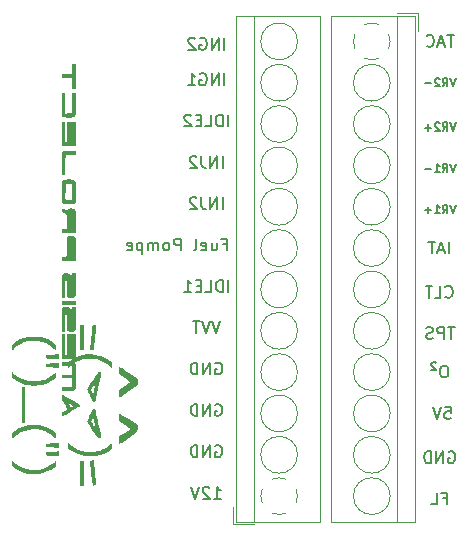
<source format=gbr>
%TF.GenerationSoftware,KiCad,Pcbnew,(6.0.0)*%
%TF.CreationDate,2022-04-26T02:16:27+02:00*%
%TF.ProjectId,Plug_Molex_microfit_3.0_To_Screew_v0.1,506c7567-5f4d-46f6-9c65-785f6d696372,rev?*%
%TF.SameCoordinates,Original*%
%TF.FileFunction,Legend,Bot*%
%TF.FilePolarity,Positive*%
%FSLAX46Y46*%
G04 Gerber Fmt 4.6, Leading zero omitted, Abs format (unit mm)*
G04 Created by KiCad (PCBNEW (6.0.0)) date 2022-04-26 02:16:27*
%MOMM*%
%LPD*%
G01*
G04 APERTURE LIST*
%ADD10C,0.200000*%
%ADD11C,0.150000*%
%ADD12C,0.120000*%
G04 APERTURE END LIST*
D10*
X126559523Y-87702380D02*
X126559523Y-86702380D01*
X126130952Y-87416666D02*
X125654761Y-87416666D01*
X126226190Y-87702380D02*
X125892857Y-86702380D01*
X125559523Y-87702380D01*
X125369047Y-86702380D02*
X124797619Y-86702380D01*
X125083333Y-87702380D02*
X125083333Y-86702380D01*
X107833333Y-90952380D02*
X107833333Y-89952380D01*
X107357142Y-90952380D02*
X107357142Y-89952380D01*
X107119047Y-89952380D01*
X106976190Y-90000000D01*
X106880952Y-90095238D01*
X106833333Y-90190476D01*
X106785714Y-90380952D01*
X106785714Y-90523809D01*
X106833333Y-90714285D01*
X106880952Y-90809523D01*
X106976190Y-90904761D01*
X107119047Y-90952380D01*
X107357142Y-90952380D01*
X105880952Y-90952380D02*
X106357142Y-90952380D01*
X106357142Y-89952380D01*
X105547619Y-90428571D02*
X105214285Y-90428571D01*
X105071428Y-90952380D02*
X105547619Y-90952380D01*
X105547619Y-89952380D01*
X105071428Y-89952380D01*
X104119047Y-90952380D02*
X104690476Y-90952380D01*
X104404761Y-90952380D02*
X104404761Y-89952380D01*
X104500000Y-90095238D01*
X104595238Y-90190476D01*
X104690476Y-90238095D01*
X107500000Y-73452380D02*
X107500000Y-72452380D01*
X107023809Y-73452380D02*
X107023809Y-72452380D01*
X106452380Y-73452380D01*
X106452380Y-72452380D01*
X105452380Y-72500000D02*
X105547619Y-72452380D01*
X105690476Y-72452380D01*
X105833333Y-72500000D01*
X105928571Y-72595238D01*
X105976190Y-72690476D01*
X106023809Y-72880952D01*
X106023809Y-73023809D01*
X105976190Y-73214285D01*
X105928571Y-73309523D01*
X105833333Y-73404761D01*
X105690476Y-73452380D01*
X105595238Y-73452380D01*
X105452380Y-73404761D01*
X105404761Y-73357142D01*
X105404761Y-73023809D01*
X105595238Y-73023809D01*
X104452380Y-73452380D02*
X105023809Y-73452380D01*
X104738095Y-73452380D02*
X104738095Y-72452380D01*
X104833333Y-72595238D01*
X104928571Y-72690476D01*
X105023809Y-72738095D01*
X107380952Y-80452380D02*
X107380952Y-79452380D01*
X106904761Y-80452380D02*
X106904761Y-79452380D01*
X106333333Y-80452380D01*
X106333333Y-79452380D01*
X105571428Y-79452380D02*
X105571428Y-80166666D01*
X105619047Y-80309523D01*
X105714285Y-80404761D01*
X105857142Y-80452380D01*
X105952380Y-80452380D01*
X105142857Y-79547619D02*
X105095238Y-79500000D01*
X105000000Y-79452380D01*
X104761904Y-79452380D01*
X104666666Y-79500000D01*
X104619047Y-79547619D01*
X104571428Y-79642857D01*
X104571428Y-79738095D01*
X104619047Y-79880952D01*
X105190476Y-80452380D01*
X104571428Y-80452380D01*
D11*
X127100000Y-72866666D02*
X126866666Y-73566666D01*
X126633333Y-72866666D01*
X126000000Y-73566666D02*
X126233333Y-73233333D01*
X126400000Y-73566666D02*
X126400000Y-72866666D01*
X126133333Y-72866666D01*
X126066666Y-72900000D01*
X126033333Y-72933333D01*
X126000000Y-73000000D01*
X126000000Y-73100000D01*
X126033333Y-73166666D01*
X126066666Y-73200000D01*
X126133333Y-73233333D01*
X126400000Y-73233333D01*
X125733333Y-72933333D02*
X125700000Y-72900000D01*
X125633333Y-72866666D01*
X125466666Y-72866666D01*
X125400000Y-72900000D01*
X125366666Y-72933333D01*
X125333333Y-73000000D01*
X125333333Y-73066666D01*
X125366666Y-73166666D01*
X125766666Y-73566666D01*
X125333333Y-73566666D01*
X125033333Y-73300000D02*
X124500000Y-73300000D01*
D10*
X126226190Y-97202380D02*
X126035714Y-97202380D01*
X125940476Y-97250000D01*
X125845238Y-97345238D01*
X125797619Y-97535714D01*
X125797619Y-97869047D01*
X125845238Y-98059523D01*
X125940476Y-98154761D01*
X126035714Y-98202380D01*
X126226190Y-98202380D01*
X126321428Y-98154761D01*
X126416666Y-98059523D01*
X126464285Y-97869047D01*
X126464285Y-97535714D01*
X126416666Y-97345238D01*
X126321428Y-97250000D01*
X126226190Y-97202380D01*
X125416666Y-96964285D02*
X125321428Y-96916666D01*
X125178571Y-96916666D01*
X125083333Y-96964285D01*
X125035714Y-97059523D01*
X125035714Y-97154761D01*
X125083333Y-97250000D01*
X125416666Y-97583333D01*
X125035714Y-97583333D01*
X106761904Y-100500000D02*
X106857142Y-100452380D01*
X107000000Y-100452380D01*
X107142857Y-100500000D01*
X107238095Y-100595238D01*
X107285714Y-100690476D01*
X107333333Y-100880952D01*
X107333333Y-101023809D01*
X107285714Y-101214285D01*
X107238095Y-101309523D01*
X107142857Y-101404761D01*
X107000000Y-101452380D01*
X106904761Y-101452380D01*
X106761904Y-101404761D01*
X106714285Y-101357142D01*
X106714285Y-101023809D01*
X106904761Y-101023809D01*
X106285714Y-101452380D02*
X106285714Y-100452380D01*
X105714285Y-101452380D01*
X105714285Y-100452380D01*
X105238095Y-101452380D02*
X105238095Y-100452380D01*
X105000000Y-100452380D01*
X104857142Y-100500000D01*
X104761904Y-100595238D01*
X104714285Y-100690476D01*
X104666666Y-100880952D01*
X104666666Y-101023809D01*
X104714285Y-101214285D01*
X104761904Y-101309523D01*
X104857142Y-101404761D01*
X105000000Y-101452380D01*
X105238095Y-101452380D01*
D11*
X127100000Y-83616666D02*
X126866666Y-84316666D01*
X126633333Y-83616666D01*
X126000000Y-84316666D02*
X126233333Y-83983333D01*
X126400000Y-84316666D02*
X126400000Y-83616666D01*
X126133333Y-83616666D01*
X126066666Y-83650000D01*
X126033333Y-83683333D01*
X126000000Y-83750000D01*
X126000000Y-83850000D01*
X126033333Y-83916666D01*
X126066666Y-83950000D01*
X126133333Y-83983333D01*
X126400000Y-83983333D01*
X125333333Y-84316666D02*
X125733333Y-84316666D01*
X125533333Y-84316666D02*
X125533333Y-83616666D01*
X125600000Y-83716666D01*
X125666666Y-83783333D01*
X125733333Y-83816666D01*
X125033333Y-84050000D02*
X124500000Y-84050000D01*
X124766666Y-84316666D02*
X124766666Y-83783333D01*
D10*
X126964285Y-69202380D02*
X126392857Y-69202380D01*
X126678571Y-70202380D02*
X126678571Y-69202380D01*
X126107142Y-69916666D02*
X125630952Y-69916666D01*
X126202380Y-70202380D02*
X125869047Y-69202380D01*
X125535714Y-70202380D01*
X124630952Y-70107142D02*
X124678571Y-70154761D01*
X124821428Y-70202380D01*
X124916666Y-70202380D01*
X125059523Y-70154761D01*
X125154761Y-70059523D01*
X125202380Y-69964285D01*
X125250000Y-69773809D01*
X125250000Y-69630952D01*
X125202380Y-69440476D01*
X125154761Y-69345238D01*
X125059523Y-69250000D01*
X124916666Y-69202380D01*
X124821428Y-69202380D01*
X124678571Y-69250000D01*
X124630952Y-69297619D01*
X106761904Y-97000000D02*
X106857142Y-96952380D01*
X107000000Y-96952380D01*
X107142857Y-97000000D01*
X107238095Y-97095238D01*
X107285714Y-97190476D01*
X107333333Y-97380952D01*
X107333333Y-97523809D01*
X107285714Y-97714285D01*
X107238095Y-97809523D01*
X107142857Y-97904761D01*
X107000000Y-97952380D01*
X106904761Y-97952380D01*
X106761904Y-97904761D01*
X106714285Y-97857142D01*
X106714285Y-97523809D01*
X106904761Y-97523809D01*
X106285714Y-97952380D02*
X106285714Y-96952380D01*
X105714285Y-97952380D01*
X105714285Y-96952380D01*
X105238095Y-97952380D02*
X105238095Y-96952380D01*
X105000000Y-96952380D01*
X104857142Y-97000000D01*
X104761904Y-97095238D01*
X104714285Y-97190476D01*
X104666666Y-97380952D01*
X104666666Y-97523809D01*
X104714285Y-97714285D01*
X104761904Y-97809523D01*
X104857142Y-97904761D01*
X105000000Y-97952380D01*
X105238095Y-97952380D01*
X127011904Y-93952380D02*
X126440476Y-93952380D01*
X126726190Y-94952380D02*
X126726190Y-93952380D01*
X126107142Y-94952380D02*
X126107142Y-93952380D01*
X125726190Y-93952380D01*
X125630952Y-94000000D01*
X125583333Y-94047619D01*
X125535714Y-94142857D01*
X125535714Y-94285714D01*
X125583333Y-94380952D01*
X125630952Y-94428571D01*
X125726190Y-94476190D01*
X126107142Y-94476190D01*
X125154761Y-94904761D02*
X125011904Y-94952380D01*
X124773809Y-94952380D01*
X124678571Y-94904761D01*
X124630952Y-94857142D01*
X124583333Y-94761904D01*
X124583333Y-94666666D01*
X124630952Y-94571428D01*
X124678571Y-94523809D01*
X124773809Y-94476190D01*
X124964285Y-94428571D01*
X125059523Y-94380952D01*
X125107142Y-94333333D01*
X125154761Y-94238095D01*
X125154761Y-94142857D01*
X125107142Y-94047619D01*
X125059523Y-94000000D01*
X124964285Y-93952380D01*
X124726190Y-93952380D01*
X124583333Y-94000000D01*
X126511904Y-104500000D02*
X126607142Y-104452380D01*
X126750000Y-104452380D01*
X126892857Y-104500000D01*
X126988095Y-104595238D01*
X127035714Y-104690476D01*
X127083333Y-104880952D01*
X127083333Y-105023809D01*
X127035714Y-105214285D01*
X126988095Y-105309523D01*
X126892857Y-105404761D01*
X126750000Y-105452380D01*
X126654761Y-105452380D01*
X126511904Y-105404761D01*
X126464285Y-105357142D01*
X126464285Y-105023809D01*
X126654761Y-105023809D01*
X126035714Y-105452380D02*
X126035714Y-104452380D01*
X125464285Y-105452380D01*
X125464285Y-104452380D01*
X124988095Y-105452380D02*
X124988095Y-104452380D01*
X124750000Y-104452380D01*
X124607142Y-104500000D01*
X124511904Y-104595238D01*
X124464285Y-104690476D01*
X124416666Y-104880952D01*
X124416666Y-105023809D01*
X124464285Y-105214285D01*
X124511904Y-105309523D01*
X124607142Y-105404761D01*
X124750000Y-105452380D01*
X124988095Y-105452380D01*
X107142857Y-93452380D02*
X106809523Y-94452380D01*
X106476190Y-93452380D01*
X106285714Y-93452380D02*
X105952380Y-94452380D01*
X105619047Y-93452380D01*
X105428571Y-93452380D02*
X104857142Y-93452380D01*
X105142857Y-94452380D02*
X105142857Y-93452380D01*
X107380952Y-83952380D02*
X107380952Y-82952380D01*
X106904761Y-83952380D02*
X106904761Y-82952380D01*
X106333333Y-83952380D01*
X106333333Y-82952380D01*
X105571428Y-82952380D02*
X105571428Y-83666666D01*
X105619047Y-83809523D01*
X105714285Y-83904761D01*
X105857142Y-83952380D01*
X105952380Y-83952380D01*
X105142857Y-83047619D02*
X105095238Y-83000000D01*
X105000000Y-82952380D01*
X104761904Y-82952380D01*
X104666666Y-83000000D01*
X104619047Y-83047619D01*
X104571428Y-83142857D01*
X104571428Y-83238095D01*
X104619047Y-83380952D01*
X105190476Y-83952380D01*
X104571428Y-83952380D01*
X107380952Y-86928571D02*
X107714285Y-86928571D01*
X107714285Y-87452380D02*
X107714285Y-86452380D01*
X107238095Y-86452380D01*
X106428571Y-86785714D02*
X106428571Y-87452380D01*
X106857142Y-86785714D02*
X106857142Y-87309523D01*
X106809523Y-87404761D01*
X106714285Y-87452380D01*
X106571428Y-87452380D01*
X106476190Y-87404761D01*
X106428571Y-87357142D01*
X105571428Y-87404761D02*
X105666666Y-87452380D01*
X105857142Y-87452380D01*
X105952380Y-87404761D01*
X106000000Y-87309523D01*
X106000000Y-86928571D01*
X105952380Y-86833333D01*
X105857142Y-86785714D01*
X105666666Y-86785714D01*
X105571428Y-86833333D01*
X105523809Y-86928571D01*
X105523809Y-87023809D01*
X106000000Y-87119047D01*
X104952380Y-87452380D02*
X105047619Y-87404761D01*
X105095238Y-87309523D01*
X105095238Y-86452380D01*
X103809523Y-87452380D02*
X103809523Y-86452380D01*
X103428571Y-86452380D01*
X103333333Y-86500000D01*
X103285714Y-86547619D01*
X103238095Y-86642857D01*
X103238095Y-86785714D01*
X103285714Y-86880952D01*
X103333333Y-86928571D01*
X103428571Y-86976190D01*
X103809523Y-86976190D01*
X102666666Y-87452380D02*
X102761904Y-87404761D01*
X102809523Y-87357142D01*
X102857142Y-87261904D01*
X102857142Y-86976190D01*
X102809523Y-86880952D01*
X102761904Y-86833333D01*
X102666666Y-86785714D01*
X102523809Y-86785714D01*
X102428571Y-86833333D01*
X102380952Y-86880952D01*
X102333333Y-86976190D01*
X102333333Y-87261904D01*
X102380952Y-87357142D01*
X102428571Y-87404761D01*
X102523809Y-87452380D01*
X102666666Y-87452380D01*
X101904761Y-87452380D02*
X101904761Y-86785714D01*
X101904761Y-86880952D02*
X101857142Y-86833333D01*
X101761904Y-86785714D01*
X101619047Y-86785714D01*
X101523809Y-86833333D01*
X101476190Y-86928571D01*
X101476190Y-87452380D01*
X101476190Y-86928571D02*
X101428571Y-86833333D01*
X101333333Y-86785714D01*
X101190476Y-86785714D01*
X101095238Y-86833333D01*
X101047619Y-86928571D01*
X101047619Y-87452380D01*
X100571428Y-86785714D02*
X100571428Y-87785714D01*
X100571428Y-86833333D02*
X100476190Y-86785714D01*
X100285714Y-86785714D01*
X100190476Y-86833333D01*
X100142857Y-86880952D01*
X100095238Y-86976190D01*
X100095238Y-87261904D01*
X100142857Y-87357142D01*
X100190476Y-87404761D01*
X100285714Y-87452380D01*
X100476190Y-87452380D01*
X100571428Y-87404761D01*
X99285714Y-87404761D02*
X99380952Y-87452380D01*
X99571428Y-87452380D01*
X99666666Y-87404761D01*
X99714285Y-87309523D01*
X99714285Y-86928571D01*
X99666666Y-86833333D01*
X99571428Y-86785714D01*
X99380952Y-86785714D01*
X99285714Y-86833333D01*
X99238095Y-86928571D01*
X99238095Y-87023809D01*
X99714285Y-87119047D01*
X107833333Y-76952380D02*
X107833333Y-75952380D01*
X107357142Y-76952380D02*
X107357142Y-75952380D01*
X107119047Y-75952380D01*
X106976190Y-76000000D01*
X106880952Y-76095238D01*
X106833333Y-76190476D01*
X106785714Y-76380952D01*
X106785714Y-76523809D01*
X106833333Y-76714285D01*
X106880952Y-76809523D01*
X106976190Y-76904761D01*
X107119047Y-76952380D01*
X107357142Y-76952380D01*
X105880952Y-76952380D02*
X106357142Y-76952380D01*
X106357142Y-75952380D01*
X105547619Y-76428571D02*
X105214285Y-76428571D01*
X105071428Y-76952380D02*
X105547619Y-76952380D01*
X105547619Y-75952380D01*
X105071428Y-75952380D01*
X104690476Y-76047619D02*
X104642857Y-76000000D01*
X104547619Y-75952380D01*
X104309523Y-75952380D01*
X104214285Y-76000000D01*
X104166666Y-76047619D01*
X104119047Y-76142857D01*
X104119047Y-76238095D01*
X104166666Y-76380952D01*
X104738095Y-76952380D01*
X104119047Y-76952380D01*
X106619047Y-108452380D02*
X107190476Y-108452380D01*
X106904761Y-108452380D02*
X106904761Y-107452380D01*
X107000000Y-107595238D01*
X107095238Y-107690476D01*
X107190476Y-107738095D01*
X106238095Y-107547619D02*
X106190476Y-107500000D01*
X106095238Y-107452380D01*
X105857142Y-107452380D01*
X105761904Y-107500000D01*
X105714285Y-107547619D01*
X105666666Y-107642857D01*
X105666666Y-107738095D01*
X105714285Y-107880952D01*
X106285714Y-108452380D01*
X105666666Y-108452380D01*
X105380952Y-107452380D02*
X105047619Y-108452380D01*
X104714285Y-107452380D01*
X107500000Y-70452380D02*
X107500000Y-69452380D01*
X107023809Y-70452380D02*
X107023809Y-69452380D01*
X106452380Y-70452380D01*
X106452380Y-69452380D01*
X105452380Y-69500000D02*
X105547619Y-69452380D01*
X105690476Y-69452380D01*
X105833333Y-69500000D01*
X105928571Y-69595238D01*
X105976190Y-69690476D01*
X106023809Y-69880952D01*
X106023809Y-70023809D01*
X105976190Y-70214285D01*
X105928571Y-70309523D01*
X105833333Y-70404761D01*
X105690476Y-70452380D01*
X105595238Y-70452380D01*
X105452380Y-70404761D01*
X105404761Y-70357142D01*
X105404761Y-70023809D01*
X105595238Y-70023809D01*
X105023809Y-69547619D02*
X104976190Y-69500000D01*
X104880952Y-69452380D01*
X104642857Y-69452380D01*
X104547619Y-69500000D01*
X104500000Y-69547619D01*
X104452380Y-69642857D01*
X104452380Y-69738095D01*
X104500000Y-69880952D01*
X105071428Y-70452380D01*
X104452380Y-70452380D01*
X126190476Y-100702380D02*
X126666666Y-100702380D01*
X126714285Y-101178571D01*
X126666666Y-101130952D01*
X126571428Y-101083333D01*
X126333333Y-101083333D01*
X126238095Y-101130952D01*
X126190476Y-101178571D01*
X126142857Y-101273809D01*
X126142857Y-101511904D01*
X126190476Y-101607142D01*
X126238095Y-101654761D01*
X126333333Y-101702380D01*
X126571428Y-101702380D01*
X126666666Y-101654761D01*
X126714285Y-101607142D01*
X125857142Y-100702380D02*
X125523809Y-101702380D01*
X125190476Y-100702380D01*
X106761904Y-104000000D02*
X106857142Y-103952380D01*
X107000000Y-103952380D01*
X107142857Y-104000000D01*
X107238095Y-104095238D01*
X107285714Y-104190476D01*
X107333333Y-104380952D01*
X107333333Y-104523809D01*
X107285714Y-104714285D01*
X107238095Y-104809523D01*
X107142857Y-104904761D01*
X107000000Y-104952380D01*
X106904761Y-104952380D01*
X106761904Y-104904761D01*
X106714285Y-104857142D01*
X106714285Y-104523809D01*
X106904761Y-104523809D01*
X106285714Y-104952380D02*
X106285714Y-103952380D01*
X105714285Y-104952380D01*
X105714285Y-103952380D01*
X105238095Y-104952380D02*
X105238095Y-103952380D01*
X105000000Y-103952380D01*
X104857142Y-104000000D01*
X104761904Y-104095238D01*
X104714285Y-104190476D01*
X104666666Y-104380952D01*
X104666666Y-104523809D01*
X104714285Y-104714285D01*
X104761904Y-104809523D01*
X104857142Y-104904761D01*
X105000000Y-104952380D01*
X105238095Y-104952380D01*
X126226190Y-91357142D02*
X126273809Y-91404761D01*
X126416666Y-91452380D01*
X126511904Y-91452380D01*
X126654761Y-91404761D01*
X126750000Y-91309523D01*
X126797619Y-91214285D01*
X126845238Y-91023809D01*
X126845238Y-90880952D01*
X126797619Y-90690476D01*
X126750000Y-90595238D01*
X126654761Y-90500000D01*
X126511904Y-90452380D01*
X126416666Y-90452380D01*
X126273809Y-90500000D01*
X126226190Y-90547619D01*
X125321428Y-91452380D02*
X125797619Y-91452380D01*
X125797619Y-90452380D01*
X125130952Y-90452380D02*
X124559523Y-90452380D01*
X124845238Y-91452380D02*
X124845238Y-90452380D01*
D11*
X127100000Y-76616666D02*
X126866666Y-77316666D01*
X126633333Y-76616666D01*
X126000000Y-77316666D02*
X126233333Y-76983333D01*
X126400000Y-77316666D02*
X126400000Y-76616666D01*
X126133333Y-76616666D01*
X126066666Y-76650000D01*
X126033333Y-76683333D01*
X126000000Y-76750000D01*
X126000000Y-76850000D01*
X126033333Y-76916666D01*
X126066666Y-76950000D01*
X126133333Y-76983333D01*
X126400000Y-76983333D01*
X125733333Y-76683333D02*
X125700000Y-76650000D01*
X125633333Y-76616666D01*
X125466666Y-76616666D01*
X125400000Y-76650000D01*
X125366666Y-76683333D01*
X125333333Y-76750000D01*
X125333333Y-76816666D01*
X125366666Y-76916666D01*
X125766666Y-77316666D01*
X125333333Y-77316666D01*
X125033333Y-77050000D02*
X124500000Y-77050000D01*
X124766666Y-77316666D02*
X124766666Y-76783333D01*
D10*
X126011904Y-108428571D02*
X126345238Y-108428571D01*
X126345238Y-108952380D02*
X126345238Y-107952380D01*
X125869047Y-107952380D01*
X125011904Y-108952380D02*
X125488095Y-108952380D01*
X125488095Y-107952380D01*
D11*
X127100000Y-80116666D02*
X126866666Y-80816666D01*
X126633333Y-80116666D01*
X126000000Y-80816666D02*
X126233333Y-80483333D01*
X126400000Y-80816666D02*
X126400000Y-80116666D01*
X126133333Y-80116666D01*
X126066666Y-80150000D01*
X126033333Y-80183333D01*
X126000000Y-80250000D01*
X126000000Y-80350000D01*
X126033333Y-80416666D01*
X126066666Y-80450000D01*
X126133333Y-80483333D01*
X126400000Y-80483333D01*
X125333333Y-80816666D02*
X125733333Y-80816666D01*
X125533333Y-80816666D02*
X125533333Y-80116666D01*
X125600000Y-80216666D01*
X125666666Y-80283333D01*
X125733333Y-80316666D01*
X125033333Y-80550000D02*
X124500000Y-80550000D01*
D12*
%TO.C,J3*%
X122160000Y-67350000D02*
X123900000Y-67350000D01*
X123660000Y-67590000D02*
X123660000Y-110410000D01*
X116540000Y-67590000D02*
X116540000Y-110410000D01*
X116540000Y-110410000D02*
X123660000Y-110410000D01*
X123900000Y-67350000D02*
X123900000Y-68850000D01*
X122100000Y-67590000D02*
X122100000Y-110410000D01*
X116540000Y-67590000D02*
X123660000Y-67590000D01*
X121555493Y-69777011D02*
G75*
G03*
X121432000Y-69142000I-1555481J27013D01*
G01*
X118567891Y-69142258D02*
G75*
G03*
X118568000Y-70358000I1432112J-607743D01*
G01*
X120607742Y-68317891D02*
G75*
G03*
X119392000Y-68318000I-607743J-1432112D01*
G01*
X119392258Y-71182109D02*
G75*
G03*
X120608000Y-71182000I607743J1432112D01*
G01*
X121431385Y-70357587D02*
G75*
G03*
X121555000Y-69750000I-1431382J607586D01*
G01*
X121555000Y-97750000D02*
G75*
G03*
X121555000Y-97750000I-1555000J0D01*
G01*
X121555000Y-87250000D02*
G75*
G03*
X121555000Y-87250000I-1555000J0D01*
G01*
X121555000Y-101250000D02*
G75*
G03*
X121555000Y-101250000I-1555000J0D01*
G01*
X121555000Y-108250000D02*
G75*
G03*
X121555000Y-108250000I-1555000J0D01*
G01*
X121555000Y-73250000D02*
G75*
G03*
X121555000Y-73250000I-1555000J0D01*
G01*
X121555000Y-94250000D02*
G75*
G03*
X121555000Y-94250000I-1555000J0D01*
G01*
X121555000Y-80250000D02*
G75*
G03*
X121555000Y-80250000I-1555000J0D01*
G01*
X121555000Y-76750000D02*
G75*
G03*
X121555000Y-76750000I-1555000J0D01*
G01*
X121555000Y-104750000D02*
G75*
G03*
X121555000Y-104750000I-1555000J0D01*
G01*
X121555000Y-83750000D02*
G75*
G03*
X121555000Y-83750000I-1555000J0D01*
G01*
X121555000Y-90750000D02*
G75*
G03*
X121555000Y-90750000I-1555000J0D01*
G01*
%TO.C,G\u002A\u002A\u002A*%
G36*
X93730239Y-85639921D02*
G01*
X94186527Y-85639921D01*
X94490718Y-85639921D01*
X94617465Y-85639921D01*
X94617465Y-84942019D01*
X94617220Y-84743903D01*
X94616227Y-84578326D01*
X94614171Y-84452651D01*
X94610735Y-84361328D01*
X94605604Y-84298806D01*
X94598462Y-84259535D01*
X94588993Y-84237965D01*
X94576882Y-84228545D01*
X94553160Y-84225570D01*
X94513897Y-84248352D01*
X94508068Y-84280863D01*
X94502646Y-84357457D01*
X94498014Y-84470876D01*
X94494398Y-84614095D01*
X94492020Y-84780087D01*
X94491106Y-84961827D01*
X94490718Y-85639921D01*
X94186527Y-85639921D01*
X94186527Y-84420209D01*
X93958383Y-84316291D01*
X93730239Y-84212372D01*
X93730239Y-83866209D01*
X93850648Y-83913938D01*
X93883057Y-83926805D01*
X93984850Y-83967386D01*
X94075434Y-84003700D01*
X94179810Y-84045732D01*
X94257266Y-83968275D01*
X94280683Y-83945546D01*
X94320243Y-83915307D01*
X94365510Y-83898961D01*
X94431475Y-83892319D01*
X94533130Y-83891192D01*
X94586356Y-83891928D01*
X94708930Y-83902261D01*
X94795641Y-83928108D01*
X94856772Y-83973699D01*
X94902605Y-84043267D01*
X94905553Y-84049337D01*
X94916726Y-84078004D01*
X94925711Y-84114942D01*
X94932742Y-84165452D01*
X94938052Y-84234840D01*
X94941875Y-84328407D01*
X94944444Y-84451459D01*
X94945993Y-84609297D01*
X94946756Y-84807226D01*
X94946966Y-85050549D01*
X94947006Y-85969461D01*
X93730239Y-85969461D01*
X93730239Y-85639921D01*
G37*
G36*
X95656786Y-107389621D02*
G01*
X95327245Y-107389621D01*
X95327245Y-105260280D01*
X95656786Y-105260280D01*
X95656786Y-107389621D01*
G37*
G36*
X94360111Y-101171877D02*
G01*
X94206626Y-101260188D01*
X94066091Y-101340284D01*
X93944507Y-101408669D01*
X93847872Y-101461846D01*
X93782185Y-101496316D01*
X93753445Y-101508583D01*
X93753137Y-101508568D01*
X93741591Y-101484332D01*
X93733371Y-101422769D01*
X93730239Y-101336912D01*
X93730239Y-101165241D01*
X93981521Y-101019313D01*
X94232802Y-100873385D01*
X93981521Y-100437556D01*
X93929183Y-100346666D01*
X94317133Y-100346666D01*
X94319317Y-100371557D01*
X94348460Y-100432662D01*
X94405630Y-100532635D01*
X94407952Y-100536539D01*
X94453612Y-100612600D01*
X94488119Y-100668857D01*
X94504164Y-100693383D01*
X94507784Y-100695707D01*
X94545133Y-100690944D01*
X94602967Y-100665069D01*
X94664303Y-100625299D01*
X94723815Y-100579380D01*
X94537556Y-100469950D01*
X94505559Y-100451161D01*
X94423150Y-100402867D01*
X94361583Y-100366929D01*
X94332285Y-100350022D01*
X94317133Y-100346666D01*
X93929183Y-100346666D01*
X93919881Y-100330512D01*
X93849852Y-100207305D01*
X93799612Y-100114573D01*
X93765875Y-100044368D01*
X93745355Y-99988746D01*
X93734767Y-99939759D01*
X93730823Y-99889461D01*
X93730239Y-99829905D01*
X93730242Y-99827505D01*
X93733520Y-99742067D01*
X93741834Y-99681251D01*
X93753425Y-99658084D01*
X93763076Y-99661346D01*
X93811378Y-99685380D01*
X93893565Y-99729849D01*
X94003640Y-99791253D01*
X94135606Y-99866093D01*
X94283465Y-99950871D01*
X94441222Y-100042088D01*
X94602879Y-100136244D01*
X94762438Y-100229841D01*
X94913903Y-100319379D01*
X95051277Y-100401360D01*
X95168563Y-100472285D01*
X95259763Y-100528654D01*
X95318881Y-100566969D01*
X95339920Y-100583730D01*
X95334367Y-100589329D01*
X95293234Y-100617457D01*
X95217061Y-100665348D01*
X95111846Y-100729506D01*
X94983588Y-100806431D01*
X94838287Y-100892628D01*
X94681941Y-100984600D01*
X94520550Y-101078848D01*
X94507784Y-101086250D01*
X94360111Y-101171877D01*
G37*
G36*
X98694004Y-97317122D02*
G01*
X98714027Y-97330478D01*
X98775972Y-97372240D01*
X98870716Y-97436360D01*
X98992732Y-97519092D01*
X99136495Y-97616688D01*
X99296479Y-97725399D01*
X99467157Y-97841479D01*
X100168962Y-98318985D01*
X100168962Y-98866497D01*
X99427495Y-99371634D01*
X99274409Y-99475869D01*
X99112042Y-99586289D01*
X98966639Y-99685033D01*
X98843184Y-99768720D01*
X98746660Y-99833975D01*
X98682051Y-99877417D01*
X98654341Y-99895670D01*
X98643609Y-99895631D01*
X98633568Y-99871234D01*
X98627143Y-99813988D01*
X98623745Y-99717955D01*
X98622787Y-99577195D01*
X98622919Y-99239821D01*
X99104055Y-98922955D01*
X99178852Y-98873542D01*
X99309228Y-98786624D01*
X99421037Y-98711063D01*
X99508307Y-98650949D01*
X99565067Y-98610369D01*
X99585344Y-98593414D01*
X99579527Y-98587609D01*
X99539186Y-98557656D01*
X99465497Y-98506297D01*
X99364434Y-98437613D01*
X99241969Y-98355686D01*
X99104076Y-98264595D01*
X98622654Y-97948451D01*
X98622654Y-97270271D01*
X98694004Y-97317122D01*
G37*
G36*
X93730239Y-87974030D02*
G01*
X93952046Y-87966706D01*
X94173852Y-87959382D01*
X94182042Y-87437907D01*
X94495481Y-87437907D01*
X94495649Y-87602204D01*
X94497008Y-87742781D01*
X94499457Y-87852894D01*
X94502894Y-87925801D01*
X94507219Y-87954758D01*
X94522800Y-87963641D01*
X94571392Y-87972056D01*
X94581086Y-87971154D01*
X94592740Y-87963933D01*
X94601520Y-87944751D01*
X94607742Y-87908074D01*
X94611722Y-87848371D01*
X94613775Y-87760106D01*
X94614216Y-87637747D01*
X94613362Y-87475761D01*
X94611528Y-87268613D01*
X94609689Y-87085426D01*
X94607550Y-86918170D01*
X94604942Y-86791220D01*
X94601413Y-86699026D01*
X94596509Y-86636039D01*
X94589779Y-86596710D01*
X94580768Y-86575488D01*
X94569023Y-86566825D01*
X94554092Y-86565170D01*
X94542354Y-86566004D01*
X94529766Y-86572554D01*
X94520083Y-86590471D01*
X94512835Y-86625374D01*
X94507551Y-86682879D01*
X94503762Y-86768608D01*
X94500997Y-86888177D01*
X94498785Y-87047207D01*
X94496657Y-87251315D01*
X94496605Y-87256633D01*
X94495481Y-87437907D01*
X94182042Y-87437907D01*
X94186527Y-87152315D01*
X94199201Y-86345249D01*
X94268085Y-86286029D01*
X94299784Y-86262988D01*
X94407576Y-86219651D01*
X94534669Y-86203745D01*
X94665150Y-86214549D01*
X94783101Y-86251342D01*
X94872609Y-86313404D01*
X94934331Y-86379073D01*
X94949287Y-88301597D01*
X93730239Y-88301597D01*
X93730239Y-87974030D01*
G37*
G36*
X94946966Y-90310529D02*
G01*
X94946954Y-90371666D01*
X94946636Y-90603919D01*
X94945711Y-90792016D01*
X94943944Y-90941260D01*
X94941103Y-91056955D01*
X94936954Y-91144404D01*
X94931263Y-91208910D01*
X94923797Y-91255778D01*
X94914322Y-91290311D01*
X94902605Y-91317811D01*
X94862954Y-91379993D01*
X94796932Y-91432935D01*
X94703564Y-91461278D01*
X94572289Y-91469886D01*
X94502015Y-91467508D01*
X94370701Y-91446278D01*
X94271994Y-91405303D01*
X94213916Y-91347326D01*
X94209913Y-91335108D01*
X94201596Y-91270677D01*
X94195011Y-91157576D01*
X94190207Y-90997213D01*
X94187234Y-90790998D01*
X94186139Y-90540340D01*
X94186035Y-90479285D01*
X94184776Y-90291434D01*
X94182255Y-90121236D01*
X94178661Y-89975299D01*
X94174185Y-89860234D01*
X94169017Y-89782648D01*
X94163348Y-89749151D01*
X94146320Y-89733361D01*
X94100363Y-89729343D01*
X94090258Y-89736812D01*
X94081233Y-89755481D01*
X94074159Y-89789943D01*
X94068805Y-89845183D01*
X94064942Y-89926188D01*
X94062338Y-90037944D01*
X94060763Y-90185439D01*
X94059988Y-90373658D01*
X94059780Y-90607588D01*
X94059780Y-91470260D01*
X93730239Y-91470260D01*
X93730239Y-90548793D01*
X93730240Y-90538812D01*
X93731088Y-90265589D01*
X93733486Y-90032999D01*
X93737380Y-89843052D01*
X93742714Y-89697758D01*
X93749434Y-89599127D01*
X93757485Y-89549168D01*
X93773401Y-89510829D01*
X93816770Y-89452853D01*
X93883087Y-89416246D01*
X93981289Y-89397128D01*
X94120312Y-89391617D01*
X94207208Y-89392181D01*
X94283000Y-89396514D01*
X94333167Y-89408371D01*
X94371733Y-89431491D01*
X94412720Y-89469615D01*
X94490718Y-89547613D01*
X94491106Y-90312479D01*
X94491232Y-90381342D01*
X94492527Y-90569805D01*
X94495064Y-90740395D01*
X94498657Y-90886547D01*
X94503118Y-91001696D01*
X94508261Y-91079277D01*
X94513897Y-91112726D01*
X94530925Y-91128516D01*
X94576882Y-91132534D01*
X94586987Y-91125065D01*
X94596012Y-91106396D01*
X94603086Y-91071934D01*
X94608440Y-91016695D01*
X94612303Y-90935690D01*
X94614907Y-90823933D01*
X94616482Y-90676438D01*
X94617257Y-90488219D01*
X94617465Y-90254289D01*
X94617465Y-89391617D01*
X94947006Y-89391617D01*
X94946966Y-90310529D01*
G37*
G36*
X94947006Y-93169477D02*
G01*
X94946846Y-93391768D01*
X94945848Y-93612569D01*
X94943312Y-93791567D01*
X94938540Y-93933586D01*
X94930835Y-94043452D01*
X94919499Y-94125989D01*
X94903836Y-94186023D01*
X94883148Y-94228378D01*
X94856738Y-94257879D01*
X94823908Y-94279351D01*
X94783962Y-94297619D01*
X94699718Y-94320863D01*
X94575802Y-94333166D01*
X94448387Y-94328587D01*
X94341635Y-94306633D01*
X94314683Y-94296560D01*
X94278135Y-94277679D01*
X94249273Y-94250853D01*
X94227189Y-94210738D01*
X94210973Y-94151992D01*
X94199718Y-94069268D01*
X94192515Y-93957224D01*
X94188456Y-93810516D01*
X94186634Y-93623798D01*
X94186139Y-93391728D01*
X94186062Y-93341906D01*
X94184860Y-93154959D01*
X94182364Y-92985340D01*
X94178769Y-92839723D01*
X94174271Y-92724782D01*
X94169065Y-92647190D01*
X94163348Y-92613622D01*
X94146320Y-92597832D01*
X94100363Y-92593814D01*
X94090258Y-92601283D01*
X94081233Y-92619952D01*
X94074159Y-92654414D01*
X94068805Y-92709654D01*
X94064942Y-92790659D01*
X94062338Y-92902415D01*
X94060763Y-93049910D01*
X94059988Y-93238129D01*
X94059780Y-93472059D01*
X94059780Y-94334731D01*
X93730239Y-94334731D01*
X93730239Y-93395140D01*
X93730274Y-93327542D01*
X93731288Y-93054212D01*
X93733735Y-92830045D01*
X93737650Y-92653799D01*
X93743068Y-92524234D01*
X93750025Y-92440108D01*
X93758555Y-92400180D01*
X93781594Y-92360203D01*
X93828544Y-92308708D01*
X93893155Y-92277167D01*
X93986278Y-92261256D01*
X94118766Y-92256652D01*
X94215915Y-92257095D01*
X94291111Y-92261336D01*
X94340702Y-92272728D01*
X94378076Y-92294576D01*
X94416620Y-92330186D01*
X94490718Y-92404284D01*
X94490718Y-93176284D01*
X94490926Y-93357366D01*
X94491909Y-93544756D01*
X94493917Y-93690688D01*
X94497187Y-93800316D01*
X94501956Y-93878798D01*
X94508462Y-93931288D01*
X94516942Y-93962943D01*
X94527632Y-93978919D01*
X94551907Y-93992902D01*
X94591005Y-93993202D01*
X94597813Y-93972239D01*
X94604863Y-93900715D01*
X94610362Y-93779069D01*
X94614302Y-93607608D01*
X94616673Y-93386639D01*
X94617465Y-93116468D01*
X94617465Y-92256088D01*
X94947006Y-92256088D01*
X94947006Y-93169477D01*
G37*
G36*
X98681337Y-101251336D02*
G01*
X98742098Y-101290378D01*
X98835340Y-101351806D01*
X98956030Y-101432266D01*
X99099137Y-101528399D01*
X99259630Y-101636849D01*
X99432475Y-101754260D01*
X100169812Y-102256388D01*
X100163050Y-102534282D01*
X100156287Y-102812176D01*
X99400685Y-103326448D01*
X99232147Y-103440964D01*
X99071377Y-103549816D01*
X98928685Y-103646032D01*
X98808831Y-103726422D01*
X98716572Y-103787793D01*
X98656665Y-103826956D01*
X98633869Y-103840719D01*
X98632879Y-103839403D01*
X98628969Y-103805291D01*
X98625927Y-103731944D01*
X98624038Y-103628687D01*
X98623588Y-103504841D01*
X98624522Y-103168962D01*
X99060863Y-102885173D01*
X99087868Y-102867602D01*
X99221072Y-102780688D01*
X99340828Y-102702167D01*
X99439863Y-102636834D01*
X99510901Y-102589486D01*
X99546669Y-102564916D01*
X99557724Y-102554976D01*
X99562441Y-102540024D01*
X99551754Y-102519601D01*
X99521152Y-102490003D01*
X99466125Y-102447526D01*
X99382163Y-102388466D01*
X99264756Y-102309118D01*
X99109394Y-102205778D01*
X98622654Y-101883109D01*
X98622654Y-101553713D01*
X98622668Y-101531549D01*
X98623737Y-101401722D01*
X98627084Y-101314529D01*
X98633519Y-101262916D01*
X98643853Y-101239832D01*
X98658896Y-101238224D01*
X98681337Y-101251336D01*
G37*
G36*
X90637624Y-102066268D02*
G01*
X90358782Y-102066268D01*
X90358782Y-99049701D01*
X90637624Y-99049701D01*
X90637624Y-102066268D01*
G37*
G36*
X94059780Y-96340852D02*
G01*
X94116816Y-96332752D01*
X94173852Y-96324651D01*
X94187184Y-94562875D01*
X94490061Y-94562875D01*
X94503393Y-96324651D01*
X94560429Y-96332752D01*
X94617465Y-96340852D01*
X94617465Y-94562875D01*
X94947006Y-94562875D01*
X94947006Y-96484859D01*
X95181538Y-96401034D01*
X95485735Y-96311994D01*
X95850808Y-96252102D01*
X96222283Y-96238606D01*
X96593187Y-96271268D01*
X96956544Y-96349847D01*
X97305378Y-96474103D01*
X97391423Y-96515212D01*
X97500273Y-96573746D01*
X97618124Y-96641975D01*
X97736043Y-96714262D01*
X97845099Y-96784971D01*
X97936361Y-96848464D01*
X98000896Y-96899105D01*
X98029772Y-96931258D01*
X98031973Y-96941770D01*
X98035502Y-96996997D01*
X98036369Y-97083696D01*
X98034333Y-97188335D01*
X98026946Y-97414274D01*
X97873287Y-97272901D01*
X97726313Y-97147439D01*
X97429633Y-96943177D01*
X97108859Y-96779960D01*
X96772155Y-96662315D01*
X96712509Y-96646752D01*
X96626122Y-96628171D01*
X96537672Y-96615682D01*
X96435008Y-96608159D01*
X96305976Y-96604472D01*
X96138423Y-96603493D01*
X96020378Y-96603899D01*
X95881822Y-96606475D01*
X95774361Y-96612379D01*
X95686344Y-96622696D01*
X95606120Y-96638511D01*
X95522038Y-96660908D01*
X95361141Y-96711922D01*
X95192111Y-96774513D01*
X95042942Y-96838935D01*
X94928542Y-96899204D01*
X94906186Y-96912974D01*
X94867494Y-96942749D01*
X94864260Y-96970979D01*
X94890518Y-97015987D01*
X94897385Y-97027769D01*
X94907412Y-97053196D01*
X94915613Y-97089745D01*
X94922232Y-97142366D01*
X94927510Y-97216003D01*
X94931690Y-97315605D01*
X94935014Y-97446118D01*
X94937724Y-97612489D01*
X94940063Y-97819664D01*
X94942273Y-98072591D01*
X94943844Y-98288622D01*
X94944791Y-98522780D01*
X94944142Y-98714732D01*
X94941461Y-98869234D01*
X94936308Y-98991046D01*
X94928244Y-99084923D01*
X94916831Y-99155626D01*
X94901629Y-99207910D01*
X94882200Y-99246535D01*
X94858105Y-99276257D01*
X94828905Y-99301834D01*
X94822575Y-99306705D01*
X94796630Y-99323174D01*
X94764174Y-99335303D01*
X94717843Y-99343751D01*
X94650273Y-99349175D01*
X94554099Y-99352235D01*
X94421956Y-99353588D01*
X94246481Y-99353893D01*
X93730239Y-99353893D01*
X93730239Y-99024352D01*
X94143433Y-99024352D01*
X94193504Y-99024251D01*
X94359041Y-99021869D01*
X94477785Y-99016161D01*
X94552773Y-99006918D01*
X94587046Y-98993933D01*
X94596614Y-98974908D01*
X94608282Y-98906688D01*
X94615190Y-98791015D01*
X94617465Y-98626368D01*
X94617465Y-98289222D01*
X93730239Y-98289222D01*
X93730239Y-97959681D01*
X94617465Y-97959681D01*
X94617465Y-97616922D01*
X94617452Y-97562609D01*
X94616829Y-97441011D01*
X94614166Y-97358396D01*
X94607976Y-97306123D01*
X94596768Y-97275551D01*
X94579053Y-97258039D01*
X94553340Y-97244946D01*
X94529952Y-97235494D01*
X94492867Y-97232696D01*
X94452646Y-97255089D01*
X94393839Y-97308863D01*
X94356688Y-97343957D01*
X94308001Y-97385712D01*
X94282124Y-97401996D01*
X94280877Y-97401766D01*
X94267651Y-97375707D01*
X94257843Y-97319611D01*
X94249900Y-97237226D01*
X93990070Y-97230002D01*
X93730239Y-97222778D01*
X93730239Y-96895010D01*
X94290401Y-96895010D01*
X94443234Y-96787276D01*
X94596067Y-96679541D01*
X93730239Y-96665669D01*
X93730239Y-94562875D01*
X94059780Y-94562875D01*
X94059780Y-96340852D01*
G37*
G36*
X93288793Y-105240398D02*
G01*
X93294182Y-105283870D01*
X93297909Y-105361314D01*
X93299301Y-105461377D01*
X93299301Y-105687824D01*
X93191567Y-105775947D01*
X93125256Y-105828127D01*
X92842521Y-106012688D01*
X92530104Y-106163267D01*
X92196390Y-106277394D01*
X91849763Y-106352602D01*
X91498609Y-106386425D01*
X91151313Y-106376394D01*
X90886325Y-106339720D01*
X90541879Y-106254335D01*
X90209229Y-106125738D01*
X89882500Y-105951544D01*
X89555815Y-105729372D01*
X89550819Y-105724476D01*
X89534513Y-105681400D01*
X89525210Y-105598117D01*
X89522255Y-105469541D01*
X89522696Y-105412859D01*
X89525606Y-105321446D01*
X89530638Y-105258418D01*
X89537087Y-105234931D01*
X89543748Y-105238098D01*
X89581811Y-105266183D01*
X89644010Y-105317061D01*
X89720870Y-105383090D01*
X89864419Y-105501615D01*
X90158965Y-105700848D01*
X90468987Y-105853029D01*
X90798650Y-105960023D01*
X91152122Y-106023696D01*
X91471577Y-106038845D01*
X91810860Y-106007152D01*
X92143907Y-105927157D01*
X92466877Y-105800089D01*
X92775931Y-105627181D01*
X93067231Y-105409663D01*
X93134084Y-105353346D01*
X93208784Y-105292116D01*
X93262227Y-105250366D01*
X93285860Y-105234931D01*
X93288793Y-105240398D01*
G37*
G36*
X94059780Y-75856805D02*
G01*
X94332285Y-75849611D01*
X94604790Y-75842416D01*
X94618130Y-74105988D01*
X94949287Y-74105988D01*
X94941809Y-75062925D01*
X94941429Y-75111616D01*
X94939352Y-75359579D01*
X94936906Y-75562550D01*
X94933392Y-75725378D01*
X94928112Y-75852913D01*
X94920365Y-75950007D01*
X94909453Y-76021508D01*
X94894676Y-76072266D01*
X94875336Y-76107133D01*
X94850732Y-76130957D01*
X94820166Y-76148588D01*
X94782938Y-76164878D01*
X94751499Y-76174170D01*
X94655636Y-76187029D01*
X94509606Y-76194738D01*
X94313273Y-76197306D01*
X94206789Y-76196870D01*
X94065442Y-76193305D01*
X93961849Y-76184338D01*
X93887952Y-76167836D01*
X93835691Y-76141663D01*
X93797004Y-76103685D01*
X93763833Y-76051766D01*
X93760403Y-76043827D01*
X93752135Y-76004941D01*
X93745435Y-75937989D01*
X93740179Y-75839200D01*
X93736245Y-75704802D01*
X93733508Y-75531025D01*
X93731847Y-75314098D01*
X93731138Y-75050250D01*
X93730239Y-74105988D01*
X94059780Y-74105988D01*
X94059780Y-75856805D01*
G37*
G36*
X95656786Y-95881038D02*
G01*
X95327245Y-95881038D01*
X95327245Y-93751697D01*
X95656786Y-93751697D01*
X95656786Y-95881038D01*
G37*
G36*
X94947006Y-92027945D02*
G01*
X93730239Y-92027945D01*
X93730239Y-91698404D01*
X94947006Y-91698404D01*
X94947006Y-92027945D01*
G37*
G36*
X91518772Y-102233412D02*
G01*
X91687573Y-102238721D01*
X91833636Y-102249208D01*
X91943114Y-102264894D01*
X92082677Y-102297805D01*
X92444782Y-102415670D01*
X92788268Y-102574655D01*
X93102844Y-102770274D01*
X93299301Y-102910944D01*
X93299301Y-103147688D01*
X93298814Y-103206278D01*
X93295733Y-103297850D01*
X93290443Y-103360936D01*
X93283677Y-103384432D01*
X93280330Y-103383236D01*
X93247612Y-103359342D01*
X93190644Y-103311077D01*
X93119343Y-103246752D01*
X92996339Y-103141634D01*
X92799482Y-102998581D01*
X92591942Y-102872181D01*
X92393246Y-102775118D01*
X92309843Y-102742102D01*
X91973745Y-102641353D01*
X91629905Y-102587179D01*
X91284238Y-102579417D01*
X90942657Y-102617903D01*
X90611076Y-102702474D01*
X90295409Y-102832968D01*
X90261255Y-102850569D01*
X90100982Y-102943496D01*
X89939097Y-103051856D01*
X89791831Y-103164231D01*
X89675410Y-103269202D01*
X89619444Y-103323806D01*
X89569212Y-103367628D01*
X89542327Y-103384432D01*
X89537177Y-103376372D01*
X89529502Y-103328668D01*
X89524220Y-103247650D01*
X89522255Y-103144343D01*
X89522255Y-102904254D01*
X89718712Y-102765564D01*
X89808516Y-102704556D01*
X90146603Y-102513117D01*
X90505467Y-102366087D01*
X90878443Y-102266336D01*
X90893089Y-102263590D01*
X91014391Y-102248371D01*
X91168336Y-102238255D01*
X91341078Y-102233263D01*
X91518772Y-102233412D01*
G37*
G36*
X93527445Y-97400729D02*
G01*
X93457734Y-97389671D01*
X93432175Y-97386579D01*
X93356953Y-97379686D01*
X93247952Y-97371017D01*
X93115459Y-97361377D01*
X92969760Y-97351567D01*
X92877903Y-97345445D01*
X92737126Y-97335351D01*
X92614958Y-97325744D01*
X92522064Y-97317479D01*
X92469112Y-97311412D01*
X92430072Y-97303893D01*
X92400223Y-97286574D01*
X92388658Y-97247700D01*
X92386726Y-97172704D01*
X92387139Y-97128203D01*
X92389432Y-97069702D01*
X92393064Y-97046563D01*
X92450467Y-97041682D01*
X92627008Y-97027139D01*
X92805404Y-97013055D01*
X92976928Y-97000066D01*
X93132849Y-96988808D01*
X93264439Y-96979916D01*
X93362969Y-96974027D01*
X93419710Y-96971776D01*
X93527445Y-96971058D01*
X93527445Y-97400729D01*
G37*
G36*
X93527445Y-104174716D02*
G01*
X93432385Y-104160939D01*
X93394273Y-104156564D01*
X93306761Y-104148651D01*
X93187117Y-104139139D01*
X93045911Y-104128857D01*
X92893712Y-104118636D01*
X92771888Y-104110508D01*
X92638686Y-104100879D01*
X92529454Y-104092154D01*
X92453069Y-104085050D01*
X92418413Y-104080282D01*
X92410474Y-104074997D01*
X92392966Y-104028680D01*
X92386726Y-103942912D01*
X92387195Y-103913859D01*
X92396708Y-103839870D01*
X92418413Y-103814826D01*
X92447394Y-103813075D01*
X92519884Y-103807805D01*
X92626355Y-103799678D01*
X92758094Y-103789361D01*
X92906387Y-103777520D01*
X93035045Y-103767384D01*
X93178369Y-103756647D01*
X93301139Y-103748048D01*
X93393366Y-103742280D01*
X93445060Y-103740040D01*
X93527445Y-103739322D01*
X93527445Y-104174716D01*
G37*
G36*
X94286327Y-103739760D02*
G01*
X94319555Y-103761287D01*
X94365890Y-103805223D01*
X94413718Y-103851593D01*
X94513932Y-103935418D01*
X94636594Y-104027986D01*
X94768524Y-104119874D01*
X94896543Y-104201659D01*
X95007470Y-104263919D01*
X95093218Y-104305374D01*
X95428164Y-104434411D01*
X95767475Y-104513005D01*
X96112010Y-104541245D01*
X96462630Y-104519217D01*
X96820193Y-104447007D01*
X96971676Y-104399460D01*
X97219528Y-104295367D01*
X97460001Y-104164379D01*
X97678671Y-104014704D01*
X97861116Y-103854552D01*
X97906009Y-103809755D01*
X97966531Y-103757794D01*
X98005495Y-103744648D01*
X98027559Y-103773266D01*
X98037382Y-103846599D01*
X98039621Y-103967595D01*
X98039621Y-104195868D01*
X97868513Y-104322544D01*
X97623305Y-104483446D01*
X97305180Y-104644304D01*
X96966065Y-104769908D01*
X96618277Y-104855014D01*
X96617545Y-104855147D01*
X96480632Y-104871832D01*
X96309881Y-104880677D01*
X96121409Y-104881892D01*
X95931330Y-104875687D01*
X95755758Y-104862273D01*
X95610809Y-104841860D01*
X95468036Y-104810933D01*
X95112199Y-104700127D01*
X94773461Y-104543475D01*
X94446771Y-104338792D01*
X94263403Y-104208284D01*
X94262989Y-103973803D01*
X94263509Y-103917216D01*
X94267453Y-103825822D01*
X94274443Y-103762806D01*
X94283505Y-103739322D01*
X94286327Y-103739760D01*
G37*
G36*
X96349868Y-100144367D02*
G01*
X96292272Y-100036020D01*
X96224934Y-99905431D01*
X96151541Y-99759481D01*
X96115129Y-99685954D01*
X96040513Y-99532705D01*
X95986037Y-99415520D01*
X95949187Y-99328152D01*
X95927448Y-99264352D01*
X95920128Y-99227146D01*
X96241096Y-99227146D01*
X96241343Y-99228284D01*
X96255211Y-99259993D01*
X96285952Y-99322847D01*
X96327593Y-99404591D01*
X96327901Y-99405185D01*
X96375292Y-99489091D01*
X96408812Y-99532191D01*
X96426017Y-99531338D01*
X96427086Y-99527986D01*
X96438808Y-99481314D01*
X96457388Y-99398725D01*
X96480625Y-99290903D01*
X96506320Y-99168531D01*
X96532272Y-99042291D01*
X96556283Y-98922867D01*
X96576151Y-98820942D01*
X96589679Y-98747199D01*
X96594665Y-98712320D01*
X96594298Y-98710929D01*
X96577310Y-98725359D01*
X96538699Y-98774310D01*
X96483630Y-98850915D01*
X96417265Y-98948304D01*
X96409268Y-98960320D01*
X96343312Y-99060619D01*
X96289753Y-99144134D01*
X96253909Y-99202448D01*
X96241096Y-99227146D01*
X95920128Y-99227146D01*
X95918304Y-99217875D01*
X95919241Y-99182473D01*
X95919987Y-99178994D01*
X95941136Y-99129878D01*
X95987638Y-99044112D01*
X96056703Y-98926354D01*
X96145540Y-98781265D01*
X96251356Y-98613505D01*
X96371361Y-98427732D01*
X96455716Y-98298754D01*
X96567309Y-98129685D01*
X96657370Y-97996725D01*
X96729473Y-97895875D01*
X96787193Y-97823141D01*
X96834101Y-97774525D01*
X96873771Y-97746031D01*
X96909778Y-97733661D01*
X96945693Y-97733420D01*
X96985091Y-97741311D01*
X96988092Y-97742072D01*
X97017300Y-97751341D01*
X97040486Y-97765399D01*
X97057230Y-97788317D01*
X97067113Y-97824167D01*
X97069717Y-97877020D01*
X97064623Y-97950947D01*
X97051412Y-98050019D01*
X97029666Y-98178307D01*
X96998965Y-98339882D01*
X96958893Y-98538816D01*
X96909028Y-98779180D01*
X96848954Y-99065044D01*
X96801402Y-99289640D01*
X96753776Y-99512376D01*
X96709860Y-99715529D01*
X96670760Y-99894091D01*
X96637581Y-100043054D01*
X96611430Y-100157410D01*
X96593412Y-100232150D01*
X96584632Y-100262266D01*
X96583961Y-100263304D01*
X96543309Y-100286209D01*
X96482032Y-100289803D01*
X96426216Y-100272417D01*
X96421101Y-100266810D01*
X96408812Y-100247183D01*
X96394040Y-100223591D01*
X96349868Y-100144367D01*
G37*
G36*
X91526903Y-94746290D02*
G01*
X91736473Y-94758522D01*
X91927114Y-94780425D01*
X92083315Y-94811504D01*
X92320030Y-94884693D01*
X92573826Y-94984757D01*
X92814249Y-95100931D01*
X93028872Y-95227167D01*
X93205265Y-95357419D01*
X93301349Y-95439138D01*
X93293988Y-95678149D01*
X93286626Y-95917161D01*
X93110484Y-95757432D01*
X92942542Y-95615283D01*
X92681148Y-95434999D01*
X92402973Y-95293230D01*
X92095209Y-95182725D01*
X92052592Y-95170899D01*
X91861023Y-95132536D01*
X91642218Y-95107258D01*
X91413735Y-95096069D01*
X91193134Y-95099975D01*
X90997976Y-95119978D01*
X90895199Y-95139153D01*
X90583171Y-95228684D01*
X90278504Y-95361400D01*
X89992035Y-95532025D01*
X89734602Y-95735280D01*
X89680059Y-95784454D01*
X89608503Y-95847329D01*
X89557114Y-95890406D01*
X89534432Y-95906388D01*
X89531281Y-95898156D01*
X89526638Y-95850194D01*
X89523444Y-95768953D01*
X89522255Y-95665440D01*
X89522255Y-95424492D01*
X89693363Y-95297926D01*
X89916192Y-95150196D01*
X90236505Y-94985621D01*
X90577902Y-94858736D01*
X90928748Y-94774469D01*
X90939722Y-94772605D01*
X91113016Y-94752834D01*
X91313914Y-94744229D01*
X91526903Y-94746290D01*
G37*
G36*
X94032730Y-83525374D02*
G01*
X93935849Y-83509750D01*
X93866289Y-83484784D01*
X93816428Y-83448652D01*
X93778646Y-83399533D01*
X93778038Y-83398532D01*
X93764773Y-83373475D01*
X93754217Y-83343164D01*
X93746061Y-83301920D01*
X93739999Y-83244061D01*
X93735723Y-83163907D01*
X93732926Y-83055777D01*
X93731301Y-82913991D01*
X93731015Y-82845996D01*
X94063406Y-82845996D01*
X94064219Y-82970380D01*
X94066752Y-83060526D01*
X94071275Y-83122038D01*
X94078058Y-83160525D01*
X94087368Y-83181592D01*
X94099475Y-83190847D01*
X94116996Y-83195308D01*
X94182545Y-83202190D01*
X94273403Y-83205413D01*
X94374384Y-83205154D01*
X94470302Y-83201587D01*
X94545969Y-83194887D01*
X94586201Y-83185230D01*
X94592784Y-83176678D01*
X94601203Y-83144389D01*
X94607278Y-83085003D01*
X94611181Y-82993805D01*
X94613080Y-82866078D01*
X94613147Y-82697107D01*
X94611550Y-82482175D01*
X94604790Y-81799501D01*
X94072455Y-81799501D01*
X94065715Y-82487403D01*
X94064045Y-82681765D01*
X94063406Y-82845996D01*
X93731015Y-82845996D01*
X93730539Y-82732868D01*
X93730334Y-82506727D01*
X93730799Y-82318134D01*
X93732956Y-82093285D01*
X93736790Y-81907669D01*
X93742214Y-81764147D01*
X93749142Y-81665583D01*
X93757485Y-81614837D01*
X93758397Y-81612242D01*
X93786488Y-81551759D01*
X93826677Y-81507379D01*
X93886672Y-81476380D01*
X93974182Y-81456041D01*
X94096914Y-81443638D01*
X94262575Y-81436450D01*
X94358162Y-81434365D01*
X94523424Y-81435948D01*
X94649835Y-81446678D01*
X94745059Y-81467952D01*
X94816762Y-81501169D01*
X94872609Y-81547728D01*
X94934331Y-81613391D01*
X94941940Y-82429360D01*
X94942296Y-82468177D01*
X94944049Y-82711558D01*
X94944011Y-82910055D01*
X94941480Y-83068746D01*
X94935753Y-83192707D01*
X94926126Y-83287018D01*
X94911898Y-83356756D01*
X94892366Y-83406998D01*
X94866825Y-83442822D01*
X94834574Y-83469306D01*
X94794910Y-83491528D01*
X94751806Y-83508967D01*
X94693294Y-83522168D01*
X94613037Y-83530417D01*
X94501399Y-83534671D01*
X94348743Y-83535889D01*
X94338937Y-83535886D01*
X94273403Y-83534981D01*
X94164553Y-83533479D01*
X94032730Y-83525374D01*
G37*
G36*
X94059780Y-78317499D02*
G01*
X94116816Y-78309398D01*
X94173852Y-78301298D01*
X94180522Y-77433084D01*
X94187192Y-76564871D01*
X94490053Y-76564871D01*
X94496723Y-77433084D01*
X94503393Y-78301298D01*
X94560429Y-78309398D01*
X94617465Y-78317499D01*
X94617465Y-76564871D01*
X94947006Y-76564871D01*
X94947006Y-78643513D01*
X93730239Y-78643513D01*
X93730239Y-76564871D01*
X94059780Y-76564871D01*
X94059780Y-78317499D01*
G37*
G36*
X94947006Y-79327945D02*
G01*
X94543490Y-79327945D01*
X94460038Y-79328271D01*
X94327796Y-79330203D01*
X94217242Y-79333581D01*
X94138046Y-79338069D01*
X94099877Y-79343331D01*
X94090647Y-79349985D01*
X94081548Y-79368181D01*
X94074403Y-79402214D01*
X94068983Y-79457065D01*
X94065061Y-79537714D01*
X94062408Y-79649140D01*
X94060796Y-79796323D01*
X94059996Y-79984244D01*
X94059780Y-80217882D01*
X94059780Y-81077046D01*
X93728496Y-81077046D01*
X93735705Y-80114324D01*
X93742914Y-79151601D01*
X93813145Y-79081340D01*
X93883377Y-79011078D01*
X94415191Y-79003318D01*
X94947006Y-78995558D01*
X94947006Y-79327945D01*
G37*
G36*
X93527445Y-104880040D02*
G01*
X93457734Y-104879322D01*
X93420110Y-104877657D01*
X93337281Y-104872394D01*
X93221834Y-104864211D01*
X93083432Y-104853798D01*
X92931736Y-104841842D01*
X92799010Y-104831276D01*
X92662819Y-104820724D01*
X92550086Y-104812301D01*
X92469834Y-104806681D01*
X92431088Y-104804536D01*
X92423721Y-104804067D01*
X92400656Y-104790388D01*
X92389580Y-104749225D01*
X92386726Y-104669069D01*
X92386726Y-104534145D01*
X92849351Y-104503156D01*
X92980772Y-104494074D01*
X93129390Y-104483134D01*
X93259135Y-104472872D01*
X93359434Y-104464133D01*
X93419710Y-104457756D01*
X93527445Y-104443346D01*
X93527445Y-104880040D01*
G37*
G36*
X93293988Y-97959776D02*
G01*
X93301349Y-98198787D01*
X93205265Y-98280506D01*
X93042934Y-98401484D01*
X92830637Y-98528209D01*
X92591650Y-98645305D01*
X92338400Y-98746725D01*
X92083315Y-98826421D01*
X92073575Y-98828949D01*
X91914383Y-98859385D01*
X91721865Y-98880611D01*
X91511532Y-98892128D01*
X91298894Y-98893440D01*
X91099463Y-98884048D01*
X90928748Y-98863456D01*
X90660865Y-98803262D01*
X90316169Y-98686058D01*
X89989790Y-98529995D01*
X89693363Y-98339999D01*
X89522255Y-98213433D01*
X89522255Y-97972485D01*
X89522671Y-97910136D01*
X89525095Y-97818252D01*
X89529201Y-97755051D01*
X89534432Y-97731537D01*
X89545892Y-97738783D01*
X89588613Y-97773594D01*
X89654363Y-97830648D01*
X89734602Y-97902645D01*
X89815710Y-97973028D01*
X90083927Y-98166094D01*
X90377601Y-98324788D01*
X90685896Y-98443831D01*
X90997976Y-98517947D01*
X91044632Y-98524668D01*
X91247990Y-98540447D01*
X91472287Y-98540385D01*
X91699962Y-98525487D01*
X91913456Y-98496757D01*
X92095209Y-98455199D01*
X92300411Y-98386127D01*
X92587381Y-98256004D01*
X92853136Y-98089876D01*
X93110484Y-97880493D01*
X93286626Y-97720764D01*
X93293988Y-97959776D01*
G37*
G36*
X93527445Y-96666867D02*
G01*
X93457734Y-96666149D01*
X93420110Y-96664484D01*
X93337281Y-96659220D01*
X93221834Y-96651038D01*
X93083432Y-96640624D01*
X92931736Y-96628668D01*
X92799010Y-96618102D01*
X92662819Y-96607550D01*
X92550086Y-96599127D01*
X92469834Y-96593507D01*
X92431088Y-96591362D01*
X92423721Y-96590894D01*
X92400656Y-96577214D01*
X92389580Y-96536051D01*
X92386726Y-96455895D01*
X92386726Y-96320972D01*
X92849351Y-96289982D01*
X92980772Y-96280901D01*
X93129390Y-96269960D01*
X93259135Y-96259699D01*
X93359434Y-96250959D01*
X93419710Y-96244583D01*
X93527445Y-96230172D01*
X93527445Y-96666867D01*
G37*
G36*
X94947006Y-73751098D02*
G01*
X94617465Y-73751098D01*
X94617465Y-72889222D01*
X93730239Y-72889222D01*
X93730239Y-72534332D01*
X94617465Y-72534332D01*
X94617465Y-71672455D01*
X94947006Y-71672455D01*
X94947006Y-73751098D01*
G37*
G36*
X96321436Y-102617602D02*
G01*
X96217526Y-102456053D01*
X96124321Y-102309070D01*
X96045263Y-102182204D01*
X95983792Y-102081009D01*
X95943350Y-102011035D01*
X95927376Y-101977834D01*
X95921710Y-101946034D01*
X95914298Y-101889209D01*
X96241050Y-101889209D01*
X96244281Y-101899087D01*
X96268462Y-101943351D01*
X96310870Y-102012737D01*
X96365059Y-102097518D01*
X96424586Y-102187962D01*
X96483005Y-102274341D01*
X96533873Y-102346926D01*
X96570745Y-102395985D01*
X96587178Y-102411791D01*
X96587312Y-102411608D01*
X96585404Y-102383199D01*
X96574813Y-102315750D01*
X96557541Y-102219355D01*
X96535591Y-102104111D01*
X96510966Y-101980111D01*
X96485670Y-101857451D01*
X96461706Y-101746225D01*
X96441076Y-101656529D01*
X96425785Y-101598457D01*
X96417821Y-101583293D01*
X96400147Y-101588356D01*
X96371158Y-101629737D01*
X96326418Y-101712529D01*
X96321660Y-101721798D01*
X96281296Y-101801935D01*
X96252434Y-101861861D01*
X96241050Y-101889209D01*
X95914298Y-101889209D01*
X95913731Y-101884862D01*
X95918038Y-101866191D01*
X95941379Y-101806195D01*
X95981349Y-101715148D01*
X96033873Y-101601378D01*
X96094877Y-101473217D01*
X96160287Y-101338995D01*
X96226029Y-101207041D01*
X96288029Y-101085686D01*
X96342212Y-100983260D01*
X96384503Y-100908092D01*
X96410830Y-100868513D01*
X96425281Y-100854310D01*
X96492555Y-100825805D01*
X96565071Y-100846314D01*
X96569995Y-100854182D01*
X96587332Y-100906012D01*
X96613382Y-101003000D01*
X96647415Y-101142027D01*
X96688697Y-101319969D01*
X96736498Y-101533707D01*
X96790085Y-101780119D01*
X96848727Y-102056083D01*
X96904196Y-102319859D01*
X96955840Y-102567211D01*
X96997649Y-102772413D01*
X97029853Y-102939400D01*
X97052681Y-103072106D01*
X97066361Y-103174466D01*
X97071122Y-103250414D01*
X97067192Y-103303883D01*
X97054799Y-103338809D01*
X97034174Y-103359125D01*
X97005543Y-103368766D01*
X96969137Y-103371665D01*
X96925183Y-103371757D01*
X96812725Y-103371757D01*
X96587178Y-103025653D01*
X96375147Y-102700289D01*
X96321436Y-102617602D01*
G37*
G36*
X96566288Y-106267157D02*
G01*
X96577724Y-106379619D01*
X96599334Y-106597974D01*
X96618339Y-106797903D01*
X96634282Y-106974073D01*
X96646702Y-107121154D01*
X96655140Y-107233814D01*
X96659137Y-107306722D01*
X96658234Y-107334547D01*
X96638790Y-107341170D01*
X96579967Y-107348111D01*
X96498911Y-107351031D01*
X96355507Y-107351597D01*
X96249860Y-106350300D01*
X96243039Y-106285617D01*
X96220148Y-106068036D01*
X96199062Y-105866838D01*
X96180370Y-105687695D01*
X96164660Y-105536280D01*
X96152522Y-105418265D01*
X96144545Y-105339322D01*
X96141318Y-105305124D01*
X96141149Y-105299222D01*
X96150327Y-105273299D01*
X96183093Y-105254797D01*
X96248465Y-105240422D01*
X96355459Y-105226881D01*
X96458423Y-105215685D01*
X96566288Y-106267157D01*
G37*
G36*
X96513237Y-93765835D02*
G01*
X96575924Y-93774054D01*
X96638866Y-93784020D01*
X96666612Y-93790861D01*
X96666378Y-93805207D01*
X96661954Y-93863871D01*
X96653390Y-93961833D01*
X96641323Y-94092696D01*
X96626394Y-94250061D01*
X96609242Y-94427528D01*
X96590504Y-94618699D01*
X96570821Y-94817175D01*
X96550831Y-95016557D01*
X96531173Y-95210446D01*
X96512487Y-95392444D01*
X96495411Y-95556151D01*
X96480583Y-95695169D01*
X96468644Y-95803099D01*
X96460232Y-95873541D01*
X96455987Y-95900098D01*
X96434502Y-95901131D01*
X96375288Y-95897567D01*
X96292395Y-95889909D01*
X96133822Y-95873335D01*
X96148083Y-95769452D01*
X96152746Y-95730615D01*
X96162297Y-95643725D01*
X96175596Y-95518518D01*
X96191961Y-95361551D01*
X96210708Y-95179382D01*
X96231155Y-94978569D01*
X96252618Y-94765669D01*
X96271598Y-94577947D01*
X96291975Y-94379768D01*
X96310687Y-94201256D01*
X96327071Y-94048568D01*
X96340466Y-93927861D01*
X96350210Y-93845294D01*
X96355640Y-93807023D01*
X96365348Y-93775957D01*
X96386394Y-93759571D01*
X96431306Y-93757343D01*
X96513237Y-93765835D01*
G37*
%TO.C,J1*%
X115610000Y-67590000D02*
X108490000Y-67590000D01*
X115610000Y-110410000D02*
X115610000Y-67590000D01*
X108490000Y-110410000D02*
X108490000Y-67590000D01*
X109990000Y-110650000D02*
X108250000Y-110650000D01*
X108250000Y-110650000D02*
X108250000Y-109150000D01*
X110050000Y-110410000D02*
X110050000Y-67590000D01*
X115610000Y-110410000D02*
X108490000Y-110410000D01*
X112757742Y-106817891D02*
G75*
G03*
X111542000Y-106818000I-607743J-1432112D01*
G01*
X110594507Y-108222989D02*
G75*
G03*
X110718000Y-108858000I1555481J-27013D01*
G01*
X111542258Y-109682109D02*
G75*
G03*
X112758000Y-109682000I607743J1432112D01*
G01*
X113582109Y-108857742D02*
G75*
G03*
X113582000Y-107642000I-1432112J607743D01*
G01*
X110718615Y-107642413D02*
G75*
G03*
X110595000Y-108250000I1431382J-607586D01*
G01*
X113705000Y-76750000D02*
G75*
G03*
X113705000Y-76750000I-1555000J0D01*
G01*
X113705000Y-101250000D02*
G75*
G03*
X113705000Y-101250000I-1555000J0D01*
G01*
X113705000Y-83750000D02*
G75*
G03*
X113705000Y-83750000I-1555000J0D01*
G01*
X113705000Y-97750000D02*
G75*
G03*
X113705000Y-97750000I-1555000J0D01*
G01*
X113705000Y-104750000D02*
G75*
G03*
X113705000Y-104750000I-1555000J0D01*
G01*
X113705000Y-87250000D02*
G75*
G03*
X113705000Y-87250000I-1555000J0D01*
G01*
X113705000Y-80250000D02*
G75*
G03*
X113705000Y-80250000I-1555000J0D01*
G01*
X113705000Y-94250000D02*
G75*
G03*
X113705000Y-94250000I-1555000J0D01*
G01*
X113705000Y-69750000D02*
G75*
G03*
X113705000Y-69750000I-1555000J0D01*
G01*
X113705000Y-73250000D02*
G75*
G03*
X113705000Y-73250000I-1555000J0D01*
G01*
X113705000Y-90750000D02*
G75*
G03*
X113705000Y-90750000I-1555000J0D01*
G01*
%TD*%
M02*

</source>
